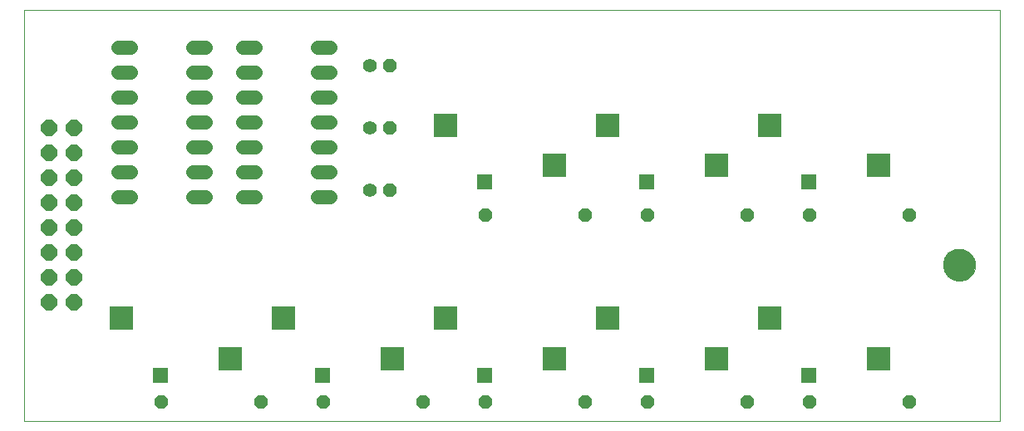
<source format=gbs>
G75*
%MOIN*%
%OFA0B0*%
%FSLAX25Y25*%
%IPPOS*%
%LPD*%
%AMOC8*
5,1,8,0,0,1.08239X$1,22.5*
%
%ADD10C,0.00000*%
%ADD11C,0.12998*%
%ADD12OC8,0.05600*%
%ADD13C,0.05600*%
%ADD14C,0.05600*%
%ADD15R,0.09258X0.09258*%
%ADD16R,0.06337X0.06337*%
%ADD17OC8,0.06400*%
D10*
X0001000Y0002875D02*
X0001000Y0167835D01*
X0392201Y0167835D01*
X0392201Y0002875D01*
X0001000Y0002875D01*
X0369701Y0065375D02*
X0369703Y0065533D01*
X0369709Y0065691D01*
X0369719Y0065849D01*
X0369733Y0066007D01*
X0369751Y0066164D01*
X0369772Y0066321D01*
X0369798Y0066477D01*
X0369828Y0066633D01*
X0369861Y0066788D01*
X0369899Y0066941D01*
X0369940Y0067094D01*
X0369985Y0067246D01*
X0370034Y0067397D01*
X0370087Y0067546D01*
X0370143Y0067694D01*
X0370203Y0067840D01*
X0370267Y0067985D01*
X0370335Y0068128D01*
X0370406Y0068270D01*
X0370480Y0068410D01*
X0370558Y0068547D01*
X0370640Y0068683D01*
X0370724Y0068817D01*
X0370813Y0068948D01*
X0370904Y0069077D01*
X0370999Y0069204D01*
X0371096Y0069329D01*
X0371197Y0069451D01*
X0371301Y0069570D01*
X0371408Y0069687D01*
X0371518Y0069801D01*
X0371631Y0069912D01*
X0371746Y0070021D01*
X0371864Y0070126D01*
X0371985Y0070228D01*
X0372108Y0070328D01*
X0372234Y0070424D01*
X0372362Y0070517D01*
X0372492Y0070607D01*
X0372625Y0070693D01*
X0372760Y0070777D01*
X0372896Y0070856D01*
X0373035Y0070933D01*
X0373176Y0071005D01*
X0373318Y0071075D01*
X0373462Y0071140D01*
X0373608Y0071202D01*
X0373755Y0071260D01*
X0373904Y0071315D01*
X0374054Y0071366D01*
X0374205Y0071413D01*
X0374357Y0071456D01*
X0374510Y0071495D01*
X0374665Y0071531D01*
X0374820Y0071562D01*
X0374976Y0071590D01*
X0375132Y0071614D01*
X0375289Y0071634D01*
X0375447Y0071650D01*
X0375604Y0071662D01*
X0375763Y0071670D01*
X0375921Y0071674D01*
X0376079Y0071674D01*
X0376237Y0071670D01*
X0376396Y0071662D01*
X0376553Y0071650D01*
X0376711Y0071634D01*
X0376868Y0071614D01*
X0377024Y0071590D01*
X0377180Y0071562D01*
X0377335Y0071531D01*
X0377490Y0071495D01*
X0377643Y0071456D01*
X0377795Y0071413D01*
X0377946Y0071366D01*
X0378096Y0071315D01*
X0378245Y0071260D01*
X0378392Y0071202D01*
X0378538Y0071140D01*
X0378682Y0071075D01*
X0378824Y0071005D01*
X0378965Y0070933D01*
X0379104Y0070856D01*
X0379240Y0070777D01*
X0379375Y0070693D01*
X0379508Y0070607D01*
X0379638Y0070517D01*
X0379766Y0070424D01*
X0379892Y0070328D01*
X0380015Y0070228D01*
X0380136Y0070126D01*
X0380254Y0070021D01*
X0380369Y0069912D01*
X0380482Y0069801D01*
X0380592Y0069687D01*
X0380699Y0069570D01*
X0380803Y0069451D01*
X0380904Y0069329D01*
X0381001Y0069204D01*
X0381096Y0069077D01*
X0381187Y0068948D01*
X0381276Y0068817D01*
X0381360Y0068683D01*
X0381442Y0068547D01*
X0381520Y0068410D01*
X0381594Y0068270D01*
X0381665Y0068128D01*
X0381733Y0067985D01*
X0381797Y0067840D01*
X0381857Y0067694D01*
X0381913Y0067546D01*
X0381966Y0067397D01*
X0382015Y0067246D01*
X0382060Y0067094D01*
X0382101Y0066941D01*
X0382139Y0066788D01*
X0382172Y0066633D01*
X0382202Y0066477D01*
X0382228Y0066321D01*
X0382249Y0066164D01*
X0382267Y0066007D01*
X0382281Y0065849D01*
X0382291Y0065691D01*
X0382297Y0065533D01*
X0382299Y0065375D01*
X0382297Y0065217D01*
X0382291Y0065059D01*
X0382281Y0064901D01*
X0382267Y0064743D01*
X0382249Y0064586D01*
X0382228Y0064429D01*
X0382202Y0064273D01*
X0382172Y0064117D01*
X0382139Y0063962D01*
X0382101Y0063809D01*
X0382060Y0063656D01*
X0382015Y0063504D01*
X0381966Y0063353D01*
X0381913Y0063204D01*
X0381857Y0063056D01*
X0381797Y0062910D01*
X0381733Y0062765D01*
X0381665Y0062622D01*
X0381594Y0062480D01*
X0381520Y0062340D01*
X0381442Y0062203D01*
X0381360Y0062067D01*
X0381276Y0061933D01*
X0381187Y0061802D01*
X0381096Y0061673D01*
X0381001Y0061546D01*
X0380904Y0061421D01*
X0380803Y0061299D01*
X0380699Y0061180D01*
X0380592Y0061063D01*
X0380482Y0060949D01*
X0380369Y0060838D01*
X0380254Y0060729D01*
X0380136Y0060624D01*
X0380015Y0060522D01*
X0379892Y0060422D01*
X0379766Y0060326D01*
X0379638Y0060233D01*
X0379508Y0060143D01*
X0379375Y0060057D01*
X0379240Y0059973D01*
X0379104Y0059894D01*
X0378965Y0059817D01*
X0378824Y0059745D01*
X0378682Y0059675D01*
X0378538Y0059610D01*
X0378392Y0059548D01*
X0378245Y0059490D01*
X0378096Y0059435D01*
X0377946Y0059384D01*
X0377795Y0059337D01*
X0377643Y0059294D01*
X0377490Y0059255D01*
X0377335Y0059219D01*
X0377180Y0059188D01*
X0377024Y0059160D01*
X0376868Y0059136D01*
X0376711Y0059116D01*
X0376553Y0059100D01*
X0376396Y0059088D01*
X0376237Y0059080D01*
X0376079Y0059076D01*
X0375921Y0059076D01*
X0375763Y0059080D01*
X0375604Y0059088D01*
X0375447Y0059100D01*
X0375289Y0059116D01*
X0375132Y0059136D01*
X0374976Y0059160D01*
X0374820Y0059188D01*
X0374665Y0059219D01*
X0374510Y0059255D01*
X0374357Y0059294D01*
X0374205Y0059337D01*
X0374054Y0059384D01*
X0373904Y0059435D01*
X0373755Y0059490D01*
X0373608Y0059548D01*
X0373462Y0059610D01*
X0373318Y0059675D01*
X0373176Y0059745D01*
X0373035Y0059817D01*
X0372896Y0059894D01*
X0372760Y0059973D01*
X0372625Y0060057D01*
X0372492Y0060143D01*
X0372362Y0060233D01*
X0372234Y0060326D01*
X0372108Y0060422D01*
X0371985Y0060522D01*
X0371864Y0060624D01*
X0371746Y0060729D01*
X0371631Y0060838D01*
X0371518Y0060949D01*
X0371408Y0061063D01*
X0371301Y0061180D01*
X0371197Y0061299D01*
X0371096Y0061421D01*
X0370999Y0061546D01*
X0370904Y0061673D01*
X0370813Y0061802D01*
X0370724Y0061933D01*
X0370640Y0062067D01*
X0370558Y0062203D01*
X0370480Y0062340D01*
X0370406Y0062480D01*
X0370335Y0062622D01*
X0370267Y0062765D01*
X0370203Y0062910D01*
X0370143Y0063056D01*
X0370087Y0063204D01*
X0370034Y0063353D01*
X0369985Y0063504D01*
X0369940Y0063656D01*
X0369899Y0063809D01*
X0369861Y0063962D01*
X0369828Y0064117D01*
X0369798Y0064273D01*
X0369772Y0064429D01*
X0369751Y0064586D01*
X0369733Y0064743D01*
X0369719Y0064901D01*
X0369709Y0065059D01*
X0369703Y0065217D01*
X0369701Y0065375D01*
D11*
X0376000Y0065375D03*
D12*
X0356000Y0085375D03*
X0316000Y0085375D03*
X0291000Y0085375D03*
X0251000Y0085375D03*
X0226000Y0085375D03*
X0186000Y0085375D03*
X0147500Y0095375D03*
X0147500Y0120375D03*
X0147500Y0145375D03*
X0161000Y0010375D03*
X0186000Y0010375D03*
X0226000Y0010375D03*
X0251000Y0010375D03*
X0291000Y0010375D03*
X0316000Y0010375D03*
X0356000Y0010375D03*
X0121000Y0010375D03*
X0096000Y0010375D03*
X0056000Y0010375D03*
D13*
X0139500Y0095375D03*
X0139500Y0120375D03*
X0139500Y0145375D03*
D14*
X0123600Y0142875D02*
X0118400Y0142875D01*
X0118400Y0152875D02*
X0123600Y0152875D01*
X0093600Y0152875D02*
X0088400Y0152875D01*
X0073600Y0152875D02*
X0068400Y0152875D01*
X0068400Y0142875D02*
X0073600Y0142875D01*
X0088400Y0142875D02*
X0093600Y0142875D01*
X0093600Y0132875D02*
X0088400Y0132875D01*
X0073600Y0132875D02*
X0068400Y0132875D01*
X0068400Y0122875D02*
X0073600Y0122875D01*
X0088400Y0122875D02*
X0093600Y0122875D01*
X0093600Y0112875D02*
X0088400Y0112875D01*
X0073600Y0112875D02*
X0068400Y0112875D01*
X0068400Y0102875D02*
X0073600Y0102875D01*
X0088400Y0102875D02*
X0093600Y0102875D01*
X0093600Y0092875D02*
X0088400Y0092875D01*
X0073600Y0092875D02*
X0068400Y0092875D01*
X0043600Y0092875D02*
X0038400Y0092875D01*
X0038400Y0102875D02*
X0043600Y0102875D01*
X0043600Y0112875D02*
X0038400Y0112875D01*
X0038400Y0122875D02*
X0043600Y0122875D01*
X0043600Y0132875D02*
X0038400Y0132875D01*
X0038400Y0142875D02*
X0043600Y0142875D01*
X0043600Y0152875D02*
X0038400Y0152875D01*
X0118400Y0132875D02*
X0123600Y0132875D01*
X0123600Y0122875D02*
X0118400Y0122875D01*
X0118400Y0112875D02*
X0123600Y0112875D01*
X0123600Y0102875D02*
X0118400Y0102875D01*
X0118400Y0092875D02*
X0123600Y0092875D01*
D15*
X0169996Y0121556D03*
X0213500Y0105375D03*
X0234996Y0121556D03*
X0278500Y0105375D03*
X0299996Y0121556D03*
X0343500Y0105375D03*
X0299996Y0044056D03*
X0278500Y0027875D03*
X0234996Y0044056D03*
X0213500Y0027875D03*
X0169996Y0044056D03*
X0148500Y0027875D03*
X0104996Y0044056D03*
X0083500Y0027875D03*
X0039996Y0044056D03*
X0343500Y0027875D03*
D16*
X0315665Y0021142D03*
X0250665Y0021142D03*
X0185665Y0021142D03*
X0120665Y0021142D03*
X0055665Y0021142D03*
X0185665Y0098642D03*
X0250665Y0098642D03*
X0315665Y0098642D03*
D17*
X0021000Y0100375D03*
X0011000Y0100375D03*
X0011000Y0110375D03*
X0021000Y0110375D03*
X0021000Y0120375D03*
X0011000Y0120375D03*
X0011000Y0090375D03*
X0021000Y0090375D03*
X0021000Y0080375D03*
X0011000Y0080375D03*
X0011000Y0070375D03*
X0021000Y0070375D03*
X0021000Y0060375D03*
X0011000Y0060375D03*
X0011000Y0050375D03*
X0021000Y0050375D03*
M02*

</source>
